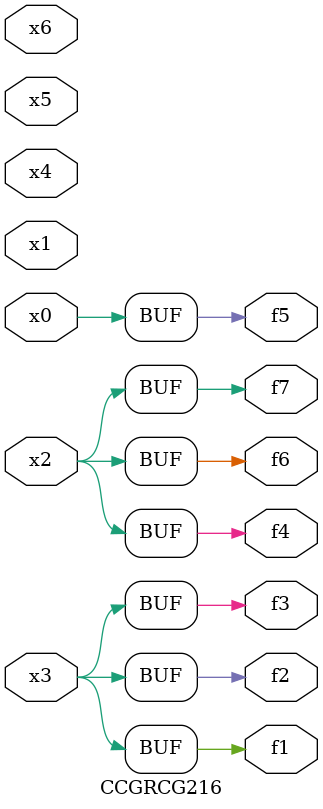
<source format=v>
module CCGRCG216(
	input x0, x1, x2, x3, x4, x5, x6,
	output f1, f2, f3, f4, f5, f6, f7
);
	assign f1 = x3;
	assign f2 = x3;
	assign f3 = x3;
	assign f4 = x2;
	assign f5 = x0;
	assign f6 = x2;
	assign f7 = x2;
endmodule

</source>
